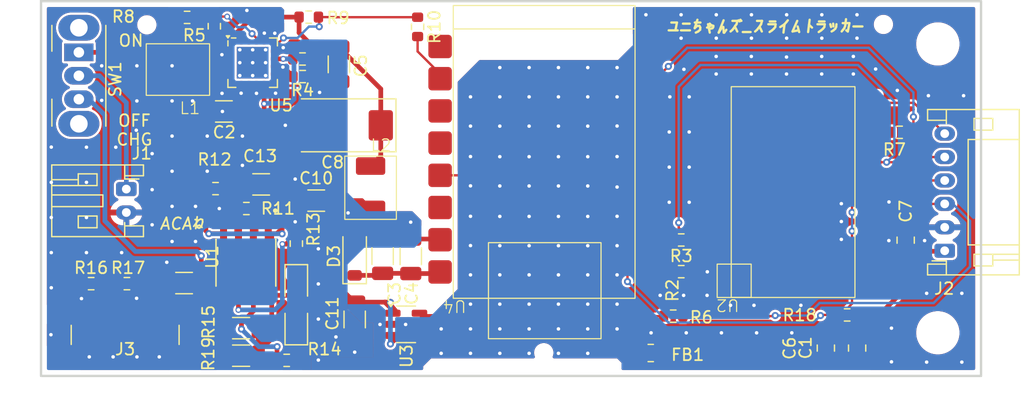
<source format=kicad_pcb>
(kicad_pcb (version 20241229) (generator "pcbnew") (generator_version "9.0")
  (layers (0 "F.Cu" signal) (2 "B.Cu" signal) (13 "F.Paste" user) (15 "B.Paste" user) (5 "F.SilkS" user "F.Silkscreen") (7 "B.SilkS" user "B.Silkscreen") (1 "F.Mask" user) (3 "B.Mask" user) (25 "Edge.Cuts" user))
  (net 0 "")
  (net 1 "BAT-_TO_BOOST")
  (net 2 "Net-(U3-OUT)")
  (net 3 "3v3")
  (net 4 "Net-(D3-K)")
  (net 5 "5V")
  (net 6 "BAT+")
  (net 7 "5V_B_FIL")
  (net 8 "BAT-_TO_CHG")
  (net 9 "Net-(D1-A)")
  (net 10 "MISO")
  (net 11 "MOSI")
  (net 12 "Net-(U4-GPIO4{slash}A4{slash}SCK)")
  (net 13 "SCK")
  (net 14 "Net-(D1-K)")
  (net 15 "Net-(U4-GPIO5{slash}A5{slash}MISO)")
  (net 16 "Net-(U2-CS)")
  (net 17 "Net-(U4-GPIO6{slash}MOSI)")
  (net 18 "Net-(D2-K)")
  (net 19 "BAT-")
  (net 20 "C-TYPE+")
  (net 26 "Net-(L1-Pad2)")
  (net 29 "Net-(U5-LBI)")
  (net 30 "Net-(U5-FB)")
  (net 31 "Net-(U5-LBO)")
  (net 32 "BAT_LOW_SIG")
  (net 33 "Net-(U1-PROG)")
  (net 34 "Net-(U1-!STDBY)")
  (net 35 "Net-(U1-!CHRG)")
  (net 42 "CS2")
  (net 46 "Net-(J3-CC2)")
  (net 47 "Net-(J3-CC1)")
  (footprint "Resistor_SMD:R_0603_1608Metric" (layer "F.Cu") (at 76.035 45.8154 180)
    (property "Reference" "R8")
    (property "Value" "220kΩ" (hide yes))
  )
  (footprint "slime:Slime_IMU_mumo" (layer "F.Cu") (at 127.6366 60.6314 180)
    (property "Reference" "U2")
    (property "Value" "~" (hide yes))
  )
  (footprint "Resistor_SMD:R_0603_1608Metric" (layer "F.Cu") (at 85.35 65.13 90)
    (property "Reference" "R13")
    (property "Value" "1kΩ" (hide yes))
  )
  (footprint "Button_Switch_THT:SW_Slide_SPDT_Angled_CK_OS102011MA1Q" (layer "F.Cu") (at 66.802 48.8 -90)
    (property "Reference" "SW1")
    (property "Value" "SW_DPDT_x2" (hide yes))
  )
  (footprint "Resistor_SMD:R_0603_1608Metric" (layer "F.Cu") (at 136.7922 55.626 180)
    (property "Reference" "R7")
    (property "Value" "0Ω")
  )
  (footprint "Resistor_SMD:R_0603_1608Metric" (layer "F.Cu") (at 78.355 46.5704 90)
    (property "Reference" "R5")
    (property "Value" "2MΩ" (hide yes))
  )
  (footprint "Capacitor_SMD:C_0805_2012Metric" (layer "F.Cu") (at 137.3124 64.836 90)
    (property "Reference" "C7")
    (property "Value" "0.1uF" (hide yes))
  )
  (footprint "Connector_USB:USB_C_Receptacle_GCT_USB4135-GF-A_6P_TopMnt_Horizontal" (layer "F.Cu") (at 70.75 74.15)
    (property "Reference" "J3")
    (property "Value" "USB_C_Receptacle_PowerOnly_6P" (hide yes))
  )
  (footprint "Resistor_SMD:R_0603_1608Metric" (layer "F.Cu") (at 81.0875 62.135 180)
    (property "Reference" "R11")
    (property "Value" "2kΩ" (hide yes))
  )
  (footprint "Capacitor_SMD:C_0805_2012Metric" (layer "F.Cu") (at 133.1722 74.0512 -90)
    (property "Reference" "C1")
    (property "Value" "1uF" (hide yes))
  )
  (footprint "Package_TO_SOT_SMD:SOT-23-5" (layer "F.Cu") (at 94.7111 72.0242)
    (property "Reference" "U3")
    (property "Value" "TPS7A0333PDBVR" (hide yes))
  )
  (footprint "Capacitor_SMD:C_1206_3216Metric" (layer "F.Cu") (at 79.17 53.848 180)
    (property "Reference" "C2")
    (property "Value" "10uF" (hide yes))
  )
  (footprint "Capacitor_SMD:C_1206_3216Metric" (layer "F.Cu") (at 90.325 71.605 -90)
    (property "Reference" "C11")
    (property "Value" "1uF" (hide yes))
  )
  (footprint "Resistor_SMD:R_1206_3216Metric" (layer "F.Cu") (at 80.6375 72.35)
    (property "Reference" "R15")
    (property "Value" "1Ω" (hide yes))
  )
  (footprint "Capacitor_SMD:C_1206_3216Metric" (layer "F.Cu") (at 88.9775 49.825 90)
    (property "Reference" "C5")
    (property "Value" "2.2uF" (hide yes))
  )
  (footprint "Resistor_SMD:R_0603_1608Metric" (layer "F.Cu") (at 132.3218 71.2216 180)
    (property "Reference" "R18")
    (property "Value" "10kΩ" (hide yes))
  )
  (footprint "Resistor_SMD:R_0603_1608Metric" (layer "F.Cu") (at 117.4882 71.3232 180)
    (property "Reference" "R6")
    (property "Value" "33Ω" (hide yes))
  )
  (footprint "Resistor_SMD:R_0603_1608Metric" (layer "F.Cu") (at 78.4575 60.435)
    (property "Reference" "R12")
    (property "Value" "10kΩ" (hide yes))
  )
  (footprint "Capacitor_SMD:C_1206_3216Metric" (layer "F.Cu") (at 95.1075 66.215 90)
    (property "Reference" "C4")
    (property "Value" "100nF" (hide yes))
  )
  (footprint "MountingHole:MountingHole_3.2mm_M3" (layer "F.Cu") (at 140.0556 48.0822)
    (property "Reference" "H1" (hide yes))
    (property "Value" "MountingHole" (hide yes))
  )
  (footprint "Resistor_SMD:R_0603_1608Metric" (layer "F.Cu") (at 85.875 49.3675)
    (property "Reference" "R1" (hide yes))
    (property "Value" "2MΩ" (hide yes))
  )
  (footprint "Resistor_SMD:R_0603_1608Metric" (layer "F.Cu") (at 67.85 68.55)
    (property "Reference" "R16")
    (property "Value" "5.1kΩ" (hide yes))
  )
  (footprint "Capacitor_SMD:C_1206_3216Metric" (layer "F.Cu") (at 82.3475 60.075 180)
    (property "Reference" "C13")
    (property "Value" "10uF" (hide yes))
  )
  (footprint "Capacitor_SMD:C_1206_3216Metric" (layer "F.Cu") (at 87.045 61.46)
    (property "Reference" "C10")
    (property "Value" "4.7uF" (hide yes))
  )
  (footprint "Capacitor_SMD:C_1206_3216Metric" (layer "F.Cu") (at 92.7075 66.195 90)
    (property "Reference" "C3")
    (property "Value" "22uF" (hide yes))
  )
  (footprint "Resistor_SMD:R_0603_1608Metric" (layer "F.Cu") (at 118.173 64.8208)
    (property "Reference" "R3")
    (property "Value" "33Ω" (hide yes))
  )
  (footprint "slime:esp32" (layer "F.Cu") (at 105.9825 74.05 180)
    (property "Reference" "U4")
    (property "Value" "ESP32 SUPER MINI C3" (hide yes))
  )
  (footprint "Connector_JST:JST_PH_S6B-PH-K_1x06_P2.00mm_Horizontal" (layer "F.Cu") (at 140.6398 65.7408 90)
    (property "Reference" "J2")
    (property "Value" "Extension" (hide yes))
  )
  (footprint "Resistor_SMD:R_0603_1608Metric" (layer "F.Cu") (at 84.525 75.1 180)
    (property "Reference" "R14")
    (property "Value" "1kΩ" (hide yes))
  )
  (footprint "Capacitor_SMD:C_0805_2012Metric" (layer "F.Cu") (at 130.5052 74.0512 -90)
    (property "Reference" "C6")
    (property "Value" "10uF" (hide yes))
  )
  (footprint "MountingHole:ToolingHole_1.152mm" (layer "F.Cu") (at 72.6 46.45)
    (property "Reference" "H5" (hide yes))
    (property "Value" "MountingHole" (hide yes))
  )
  (footprint "Resistor_SMD:R_0603_1608Metric" (layer "F.Cu") (at 70.9 68.55 180)
    (property "Reference" "R17")
    (property "Value" "5.1kΩ" (hide yes))
  )
  (footprint "Package_DFN_QFN:QFN-16-1EP_4x4mm_P0.65mm_EP2.7x2.7mm_PullBack_ThermalVias" (layer "F.Cu") (at 81.625 49.6825)
    (property "Reference" "U5")
    (property "Value" "TPS61090" (hide yes))
  )
  (footprint "Resistor_SMD:R_0603_1608Metric" (layer "F.Cu") (at 118.173 67.525)
    (property "Reference" "R2")
    (property "Value" "33Ω" (hide yes))
  )
  (footprint "Resistor_SMD:R_0603_1608Metric" (layer "F.Cu") (at 85.89 50.8675 180)
    (property "Reference" "R4")
    (property "Value" "330kΩ" (hide yes))
  )
  (footprint "Resistor_SMD:R_0603_1608Metric" (layer "F.Cu") (at 95.69 46.625 -90)
    (property "Reference" "R10")
    (property "Value" "4.7kΩ" (hide yes))
  )
  (footprint "Capacitor_Tantalum_SMD:CP_EIA-7343-20_Kemet-V" (layer "F.Cu") (at 89.43 55.03 180)
    (property "Reference" "C8")
    (property "Value" "100uF" (hide yes))
  )
  (footprint "Diode_SMD:D_SOD-123" (layer "F.Cu") (at 90.3224 66.1934 90)
    (property "Reference" "D3")
    (property "Value" "D" (hide yes))
  )
  (footprint "MountingHole:MountingHole_3.2mm_M3" (layer "F.Cu") (at 140.0556 72.7456)
    (property "Reference" "H2" (hide yes))
    (property "Value" "MountingHole" (hide yes))
  )
  (footprint "Resistor_SMD:R_1206_3216Metric" (layer "F.Cu") (at 80.6375 74.7)
    (property "Reference" "R19")
    (property "Value" "1Ω" (hide yes))
  )
  (footprint "slime:FXL0420" (layer "F.Cu") (at 75.25 50.27 180)
    (property "Reference" "L1")
    (property "Value" "6.8uH" (hide yes))
  )
  (footprint "Capacitor_SMD:C_1206_3216Metric" (layer "F.Cu") (at 75.775 68.5 180)
    (property "Reference" "C12" (hide yes))
    (property "Value" "10uF" (hide yes))
  )
  (footprint "Connector_JST:JST_PH_S2B-PH-K_1x02_P2.00mm_Horizontal" (layer "F.Cu") (at 70.85 60.475 -90)
    (property "Reference" "J1")
    (property "Value" "batt" (hide yes))
  )
  (footprint "MountingHole:ToolingHole_1.152mm" (layer "F.Cu") (at 135.4144 46.4178)
    (property "Reference" "H6" (hide yes))
    (property "Value" "MountingHole" (hide yes))
  )
  (footprint "slime:FXL0420" (layer "F.Cu") (at 91.68 60.36 90)
    (property "Reference" "L2")
    (property "Value" "2.2uH" (hide yes))
  )
  (footprint "LED_SMD:LED_0805_2012Metric" (layer "F.Cu") (at 85.344 68.6125 -90)
    (property "Reference" "D2" (hide yes))
    (property "Value" "green")
  )
  (footprint "LED_SMD:LED_0805_2012Metric" (layer "F.Cu") (at 85.344 72.0875 90)
    (property "Reference" "D1" (hide yes))
    (property "Value" "red")
  )
  (footprint "Resistor_SMD:R_0603_1608Metric" (layer "F.Cu") (at 86.4075 45.79)
    (property "Reference" "R9")
    (property "Value" "1MΩ" (hide yes))
  )
  (footprint "MountingHole:ToolingHole_1.152mm" (layer "F.Cu") (at 106.45 74.45)
    (property "Reference" "H3" (hide yes))
    (property "Value" "MountingHole" (hide yes))
  )
  (footprint "slime:TP4056_ESOP8" (layer "F.Cu") (at 81.0475 66.76 -90)
    (property "Reference" "U1")
    (property "Value" "TP4056" (hide yes))
  )
  (footprint "Resistor_SMD:R_0805_2012Metric" (layer "F.Cu") (at 115.5719 74.4728)
    (property "Reference" "FB1")
    (property "Value" "FerriteBead" (hide yes))
  )
  (gr_line (start 93.75 70.85) (end 93.5 70.575) (stroke (width 0.2)) (layer "F.Cu") (net 5))
  (gr_line (start 116.75 74.025) (end 117.325 74.4) (stroke (width 0.2)) (layer "F.Cu") (net 3))
  (gr_line (start 116.9 74.8) (end 117.325 74.4) (stroke (width 0.2)) (layer "F.Cu") (net 3))
  (gr_line (start 121.15 50.65) (end 121.15 50.45) (stroke (width 0.2)) (layer "F.Cu") (net 19))
  (gr_line (start 121.15 50.45) (end 121.15 50.65) (stroke (width 0.2)) (layer "F.Cu") (net 19))
  (gr_line (start 124.15 50.65) (end 124.15 50.45) (stroke (width 0.2)) (layer "F.Cu") (net 19))
  (gr_line (start 81.0475 66.76) (end 78.74 66.76) (stroke (width 0.2)) (layer "F.Cu") (net 19))
  (gr_line (start 127.15 50.5) (end 127.15 50.65) (stroke (width 0.2)) (layer "F.Cu") (net 19))
  (gr_line (start 113.875 74.475) (end 114.375 75) (stroke (width 0.2)) (layer "F.Cu") (net 2))
  (gr_line (start 94.025 73.225) (end 93.55 73.65) (stroke (width 0.2)) (layer "F.Cu") (net 5))
  (gr_line (start 80.15 47.775) (end 80.15 47.425) (stroke (width 0.2)) (layer "F.Cu") (net 7))
  (gr_line (start 124.15 50.45) (end 124.15 50.65) (stroke (width 0.2)) (layer "F.Cu") (net 19))
  (gr_line (start 127.15 50.65) (end 127.15 50.5) (stroke (width 0.2)) (layer "F.Cu") (net 19))
  (gr_line (start 135.7 65.85) (end 135.3375 66.2125) (stroke (width 0.2)) (layer "F.Cu") (net 3))
  (gr_line (start 93.575 73.5) (end 93.825 73.25) (stroke (width 0.2)) (layer "F.Cu") (net 5))
  (gr_line (start 135.3 65.825) (end 135.3375 66.2125) (stroke (width 0.2)) (layer "F.Cu") (net 3))
  (gr_line (start 130.15 50.5) (end 130.15 50.65) (stroke (width 0.2)) (layer "F.Cu") (net 19))
  (gr_line (start 130.15 50.65) (end 130.15 50.5) (stroke (width 0.2)) (layer "F.Cu") (net 19))
  (gr_line (start 83.13 64.22) (end 83.04 64.28) (stroke (width 0.2)) (layer "F.Cu") (net 9))
  (gr_line (start 93.95 70.875) (end 93.55 70.4) (stroke (width 0.2)) (layer "F.Cu") (net 5))
  (gr_line (start 134.975 66.575) (end 135.7 65.85) (stroke (width 0.2)) (layer "F.Cu") (net 3))
  (gr_line (start 93.7 73.225) (end 93.5 73.425) (stroke (width 0.2)) (layer "F.Cu") (net 5))
  (gr_line (start 113.875 74.475) (end 114.325 74) (stroke (width 0.2)) (layer "F.Cu") (net 2))
  (gr_line (start 83.35 69.55) (end 83.35 68.95) (stroke (width 0.2)) (layer "F.Cu") (net 9))
  (gr_line (start 135.475 65.825) (end 135.31875 66.01875) (stroke (width 0.2)) (layer "F.Cu") (net 3))
  (gr_line (start 79.85 60.8) (end 79.85 60.6) (stroke (width 0.2)) (layer "F.Cu") (net 19))
  (gr_rect (start 63.5751 44.43) (end 143.7375 76.43) (stroke (width 0.2)) (fill no) (layer "Edge.Cuts"))
  (gr_text "OFF\nCHG\n" (at 71.54 55.44 0) (layer "F.SilkS") (effects (font (size 1 1))))
  (gr_text "ACAね" (at 75.6 62.85 0) (layer "F.SilkS") (effects (font (size 1 1) (thickness 0.15) (italic yes)) (justify top)))
  (gr_text "ユニちゃんズ＿スライムトラッカー" (at 125.325 46.075 0) (layer "F.SilkS") (effects (font (size 1 1) (thickness 0.2) (bold yes) (italic yes)) (justify top)))
  (gr_text "ON" (at 71.25 47.8 0) (layer "F.SilkS") (effects (font (size 1 1))))
  (segment (start 74.148 53.848) (end 73.4 53.1) (width 0.4) (layer "F.Cu") (net 1))
  (segment (start 83.4 49.3575) (end 84.23 49.3575) (width 0.4) (layer "F.Cu") (net 1))
  (segment (start 77.695 53.848) (end 77.695 54.581) (width 0.4) (layer "F.Cu") (net 1))
  (segment (start 82.6 54.433) (end 82.6 53.1875) (width 0.4) (layer "F.Cu") (net 1))
  (segment (start 72.27 48.8) (end 66.802 48.8) (width 0.4) (layer "F.Cu") (net 1))
  (segment (start 84.23 49.3575) (end 85.04 49.3575) (width 0.4) (layer "F.Cu") (net 1))
  (segment (start 77.695 54.581) (end 78.264 55.15) (width 0.4) (layer "F.Cu") (net 1))
  (segment (start 73.4 49.93) (end 72.27 48.8) (width 0.4) (layer "F.Cu") (net 1))
  (segment (start 73.4 53.1) (end 73.4 49.93) (width 0.4) (layer "F.Cu") (net 1))
  (segment (start 82.6 53.1875) (end 82.6 51.4575) (width 0.4) (layer "F.Cu") (net 1))
  (segment (start 77.695 53.848) (end 74.148 53.848) (width 0.4) (layer "F.Cu") (net 1))
  (segment (start 81.883 55.15) (end 82.6 54.433) (width 0.4) (layer "F.Cu") (net 1))
  (segment (start 78.264 55.15) (end 81.883 55.15) (width 0.4) (layer "F.Cu") (net 1))
  (segment (start 85.04 49.3575) (end 85.05 49.3675) (width 0.4) (layer "F.Cu") (net 1))
  (via (at 82.6 53.1875) (size 0.5) (drill 0.3) (layers "F.Cu" "B.Cu") (net 1))
  (via (at 84.23 49.3575) (size 0.5) (drill 0.3) (layers "F.Cu" "B.Cu") (net 1))
  (segment (start 84.7966 53.1575) (end 85.1475 52.8066) (width 0.4) (layer "B.Cu") (net 1))
  (segment (start 85.1475 52.8066) (end 85.1475 49.7586) (width 0.4) (layer "B.Cu") (net 1))
  (segment (start 82.6 53.1875) (end 82.63 53.1575) (width 0.4) (layer "B.Cu") (net 1))
  (segment (start 85.1475 49.7586) (end 84.7464 49.3575) (width 0.4) (layer "B.Cu") (net 1))
  (segment (start 82.63 53.1575) (end 84.7966 53.1575) (width 0.4) (layer "B.Cu") (net 1))
  (segment (start 84.7464 49.3575) (end 84.23 49.3575) (width 0.4) (layer "B.Cu") (net 1))
  (segment (start 113.5126 74.4728) (end 114.6594 74.4728) (width 0.4) (layer "F.Cu") (net 2))
  (segment (start 96.123 71.3486) (end 110.3884 71.3486) (width 0.4) (layer "F.Cu") (net 2))
  (segment (start 110.3884 71.3486) (end 113.5126 74.4728) (width 0.4) (layer "F.Cu") (net 2))
  (segment (start 95.8486 71.0742) (end 96.123 71.3486) (width 0.4) (layer "F.Cu") (net 2))
  (segment (start 127.2032 74.4728) (end 128.5748 73.1012) (width 0.4) (layer "F.Cu") (net 3))
  (segment (start 133.1722 73.1012) (end 137.3124 68.961) (width 0.4) (layer "F.Cu") (net 3))
  (segment (start 128.5748 73.1012) (end 130.5052 73.1012) (width 0.4) (layer "F.Cu") (net 3))
  (segment (start 133.1722 71.247) (end 133.1468 71.2216) (width 0.2) (layer "F.Cu") (net 3))
  (segment (start 130.5052 73.1012) (end 133.1722 73.1012) (width 0.4) (layer "F.Cu") (net 3))
  (segment (start 137.3124 65.786) (end 134.2412 65.786) (width 0.4) (layer "F.Cu") (net 3))
  (segment (start 137.3124 68.961) (end 137.3124 65.786) (width 0.4) (layer "F.Cu") (net 3))
  (segment (start 134.2412 65.786) (end 134.2366 65.7814) (width 0.4) (layer "F.Cu") (net 3))
  (segment (start 137.3124 65.786) (end 140.5946 65.786) (width 0.4) (layer "F.Cu") (net 3))
  (segment (start 140.5946 65.786) (end 140.6398 65.7408) (width 0.4) (layer "F.Cu") (net 3))
  (segment (start 133.1722 73.1012) (end 133.1722 71.247) (width 0.2) (layer "F.Cu") (net 3))
  (segment (start 116.4844 74.4728) (end 127.2032 74.4728) (width 0.4) (layer "F.Cu") (net 3))
  (segment (start 90.3224 67.8434) (end 92.5341 67.8434) (width 0.4) (layer "F.Cu") (net 4))
  (segment (start 95.1075 67.69) (end 97.4675 67.69) (width 0.4) (layer "F.Cu") (net 4))
  (segment (start 92.5341 67.8434) (end 92.7075 67.67) (width 0.4) (layer "F.Cu") (net 4))
  (segment (start 97.4675 67.69) (end 97.6075 67.55) (width 0.4) (layer "F.Cu") (net 4))
  (segment (start 95.0875 67.67) (end 95.1075 67.69) (width 0.4) (layer "F.Cu") (net 4))
  (segment (start 92.7075 67.67) (end 95.0875 67.67) (width 0.4) (layer "F.Cu") (net 4))
  (segment (start 88.52 62.49) (end 88.52 61.46) (width 0.4) (layer "F.Cu") (net 5))
  (segment (start 93.3736 73.1742) (end 93.5736 72.9742) (width 0.4) (layer "F.Cu") (net 5))
  (segment (start 88.52 61.46) (end 90.93 61.46) (width 0.4) (layer "F.Cu") (net 5))
  (segment (start 92.9151 70.1527) (end 93.3736 70.6112) (width 0.4) (layer "F.Cu") (net 5))
  (segment (start 90.325 70.13) (end 92.8924 70.13) (width 0.4) (layer "F.Cu") (net 5))
  (segment (start 92.9151 70.1292) (end 93.3536 70.1292) (width 0.4) (layer "F.Cu") (net 5))
  (segment (start 93.3736 70.1492) (end 93.3736 70.6112) (width 0.4) (layer "F.Cu") (net 5))
  (segment (start 93.3736 70.8882) (end 93.5666 71.0812) (width 0.4) (layer "F.Cu") (net 5))
  (segment (start 88.52 68.3524) (end 88.52 62.49) (width 0.4) (layer "F.Cu") (net 5))
  (segment (start 92.9151 70.1292) (end 92.9151 70.1527) (width 0.4) (layer "F.Cu") (net 5))
  (segment (start 88.52 62.741) (end 88.52 62.49) (width 0.4) (layer "F.Cu") (net 5))
  (segment (start 93.3736 70.6112) (end 93.3736 70.8882) (width 0.4) (layer "F.Cu") (net 5))
  (segment (start 90.325 70.13) (end 90.2976 70.13) (width 0.4) (layer "F.Cu") (net 5))
  (segment (start 92.9143 70.13) (end 92.9151 70.1292) (width 0.4) (layer "F.Cu") (net 5))
  (segment (start 90.2976 70.13) (end 88.52 68.3524) (width 0.4) (layer "F.Cu") (net 5))
  (segment (start 92.8924 70.13) (end 92.9151 70.1527) (width 0.4) (layer "F.Cu") (net 5))
  (segment (start 93.3736 73.6992) (end 93.3736 73.1742) (width 0.4) (layer "F.Cu") (net 5))
  (segment (start 90.3224 64.5434) (end 88.52 62.741) (width 0.4) (layer "F.Cu") (net 5))
  (segment (start 90.93 61.46) (end 91.68 62.21) (width 0.4) (layer "F.Cu") (net 5))
  (via (at 93.3736 70.1492) (size 0.6) (drill 0.3) (layers "F.Cu" "B.Cu") (net 5))
  (via (at 93.3736 73.6992) (size 0.6) (drill 0.3) (layers "F.Cu" "B.Cu") (net 5))
  (segment (start 93.3736 70.1492) (end 93.3736 73.6992) (width 0.4) (layer "B.Cu") (net 5))
  (segment (start 68.55 50.8) (end 66.802 50.8) (width 0.4) (layer "B.Cu") (net 6))
  (segment (start 70.85 53.1) (end 70.85 60.475) (width 0.4) (layer "B.Cu") (net 6))
  (segment (start 68.55 50.8) (end 70.85 53.1) (width 0.4) (layer "B.Cu") (net 6))
  (segment (start 79.3496 47.9555) (end 79.3496 47.9547) (width 0.4) (layer "F.Cu") (net 7))
  (segment (start 79.85 48.48) (end 79.85 48.7075) (width 0.4) (layer "F.Cu") (net 7))
  (segment (start 79.898 47.9075) (end 79.898 47.4895) (width 0.4) (layer "F.Cu") (net 7))
  (segment (start 78.355 47.3954) (end 78.7903 47.3954) (width 0.4) (layer "F.Cu") (net 7))
  (segment (start 85.5825 45.79) (end 85.5825 47.1225) (width 0.4) (layer "F.Cu") (net 7))
  (segment (start 88.6075 47.98) (end 88.9775 48.35) (width 0.4) (layer "F.Cu") (net 7))
  (segment (start 79.85 47.9555) (end 79.898 47.9075) (width 0.4) (layer "F.Cu") (net 7))
  (segment (start 92.55 57.64) (end 91.68 58.51) (width 0.4) (layer "F.Cu") (net 7))
  (segment (start 79.3496 47.9547) (end 79.4328 47.9547) (width 0.4) (layer "F.Cu") (net 7))
  (segment (start 78.98155 47.58665) (end 79.05775 47.66285) (width 0.4) (layer "F.Cu") (net 7))
  (segment (start 81.5975 45.79) (end 85.5825 45.79) (width 0.4) (layer "F.Cu") (net 7))
  (segment (start 79.85 48.7075) (end 79.85 47.9555) (width 0.4) (layer "F.Cu") (net 7))
  (segment (start 79.4328 47.9547) (end 79.898 47.4895) (width 0.4) (layer "F.Cu") (net 7))
  (segment (start 92.55 55.03) (end 92.55 57.64) (width 0.4) (layer "F.Cu") (net 7))
  (segment (start 86.44 47.98) (end 88.6075 47.98) (width 0.4) (layer "F.Cu") (net 7))
  (segment (start 79.05775 47.66285) (end 79.72465 47.66285) (width 0.4) (layer "F.Cu") (net 7))
  (segment (start 78.355 47.31) (end 78.7041 47.31) (width 0.4) (layer "F.Cu") (net 7))
  (segment (start 78.7903 47.3954) (end 78.98155 47.58665) (width 0.4) (layer "F.Cu") (net 7))
  (segment (start 79.3496 47.9796) (end 79.85 48.48) (width 0.4) (layer "F.Cu") (net 7))
  (segment (start 79.898 47.4895) (end 81.5975 45.79) (width 0.4) (layer "F.Cu") (net 7))
  (segment (start 92.55 51.9225) (end 92.55 55.03) (width 0.4) (layer "F.Cu") (net 7))
  (segment (start 79.898 47.9075) (end 81.3 47.9075) (width 0.4) (layer "F.Cu") (net 7))
  (segment (start 79.3496 47.9555) (end 79.85 47.9555) (width 0.4) (layer "F.Cu") (net 7))
  (segment (start 79.72465 47.66285) (end 79.898 47.4895) (width 0.4) (layer "F.Cu") (net 7))
  (segment (start 85.5825 47.1225) (end 86.44 47.98) (width 0.4) (layer "F.Cu") (net 7))
  (segment (start 88.9775 48.35) (end 92.55 51.9225) (width 0.4) (layer "F.Cu") (net 7))
  (segment (start 79.3496 47.9555) (end 79.3496 47.9796) (width 0.4) (layer "F.Cu") (net 7))
  (segment (start 78.98155 47.58665) (end 79.3496 47.9547) (width 0.4) (layer "F.Cu") (net 7))
  (segment (start 78.4075 68.5) (end 79.1425 69.235) (width 0.4) (layer "F.Cu") (net 8))
  (segment (start 77.2414 66.175) (end 77.2414 68.4914) (width 0.4) (layer "F.Cu") (net 8))
  (segment (start 77.2414 68.4914) (end 77.25 68.5) (width 0.4) (layer "F.Cu") (net 8))
  (segment (start 77.25 68.5) (end 78.4075 68.5) (width 0.4) (layer "F.Cu") (net 8))
  (via (at 77.2414 66.175) (size 0.6) (drill 0.3) (layers "F.Cu" "B.Cu") (net 8))
  (segment (start 67.65 52.8) (end 66.802 52.8) (width 0.4) (layer "B.Cu") (net 8))
  (segment (start 69.025 63.2) (end 69.025 54.175) (width 0.4) (layer "B.Cu") (net 8))
  (segment (start 71.625 65.8) (end 69.025 63.2) (width 0.4) (layer "B.Cu") (net 8))
  (segment (start 69.025 54.175) (end 67.65 52.8) (width 0.4) (layer "B.Cu") (net 8))
  (segment (start 76.8664 65.8) (end 71.625 65.8) (width 0.4) (layer "B.Cu") (net 8))
  (segment (start 77.2414 66.175) (end 76.8664 65.8) (width 0.4) (layer "B.Cu") (net 8))
  (segment (start 84.1325 64.295) (end 84.1325 63.8302) (width 0.4) (layer "F.Cu") (net 9))
  (segment (start 77.6325 64.035) (end 77.8825 64.285) (width 0.4) (layer "F.Cu") (net 9))
  (segment (start 82.1 73.55) (end 82.1 72.35) (width 0.4) (layer "F.Cu") (net 9))
  (segment (start 83.6676 64.285) (end 83.6777 64.285) (width 0.4) (layer "F.Cu") (net 9))
  (segment (start 83.25 73.25) (end 82.95 73.55) (width 0.4) (layer "F.Cu") (net 9))
  (segment (start 85.344 69.55) (end 83.2675 69.55) (width 0.4) (layer "F.Cu") (net 9))
  (segment (start 82.1 74.7) (end 82.1 73.55) (width 0.4) (layer "F.Cu") (net 9))
  (segment (start 82.9525 69.235) (end 83.25 69.5325) (width 0.4) (layer "F.Cu") (net 9))
  (segment (start 83.2675 69.55) (end 82.9525 69.235) (width 0.4) (layer "F.Cu") (net 9))
  (segment (start 84.1325 63.8302) (end 84.1325 60.385) (width 0.4) (layer "F.Cu") (net 9))
  (segment (start 82.9525 69.235) (end 83.252499 68.935001) (width 0.4) (layer "F.Cu") (net 9))
  (segment (start 84.1325 60.385) (end 83.8225 60.075) (width 0.4) (layer "F.Cu") (net 9))
  (segment (start 77.6325 60.435) (end 77.6325 64.035) (width 0.4) (layer "F.Cu") (net 9))
  (segment (start 77.8825 64.285) (end 79.1425 64.285) (width 0.4) (layer "F.Cu") (net 9))
  (segment (start 82.9525 64.285) (end 83.6676 64.285) (width 0.4) (layer "F.Cu") (net 9))
  (segment (start 83.6777 64.285) (end 84.1325 63.8302) (width 0.4) (layer "F.Cu") (net 9))
  (segment (start 83.25 69.5325) (end 83.25 73.25) (width 0.4) (layer "F.Cu") (net 9))
  (segment (start 83.6676 64.285) (end 84.1225 64.285) (width 0.4) (layer "F.Cu") (net 9))
  (segment (start 82.95 73.55) (end 82.1 73.55) (width 0.4) (layer "F.Cu") (net 9))
  (segment (start 83.252499 64.584999) (end 82.9525 64.285) (width 0.4) (layer "F.Cu") (net 9))
  (segment (start 84.1225 64.285) (end 84.1325 64.295) (width 0.4) (layer "F.Cu") (net 9))
  (segment (start 85.344 71.15) (end 85.344 69.55) (width 0.4) (layer "F.Cu") (net 9))
  (segment (start 83.252499 68.935001) (end 83.252499 64.584999) (width 0.4) (layer "F.Cu") (net 9))
  (via (at 77.8825 64.285) (size 0.6) (drill 0.3) (layers "F.Cu" "B.Cu") (net 9))
  (via (at 84.1325 64.295) (size 0.6) (drill 0.3) (layers "F.Cu" "B.Cu") (net 9))
  (segment (start 84.1325 64.295) (end 77.8925 64.295) (width 0.4) (layer "B.Cu") (net 9))
  (segment (start 77.8925 64.295) (end 77.8825 64.285) (width 0.4) (layer "B.Cu") (net 9))
  (segment (start 132.5348 51.4096) (end 120.688456 51.4096) (width 0.2) (layer "F.Cu") (net 10))
  (segment (start 120.688456 51.4096) (end 119.699 52.399056) (width 0.2) (layer "F.Cu") (net 10))
  (segment (start 134.2366 53.1114) (end 132.5348 51.4096) (width 0.2) (layer "F.Cu") (net 10))
  (segment (start 134.2366 53.1114) (end 138.0104 53.1114) (width 0.2) (layer "F.Cu") (net 10))
  (segment (start 119.699 52.399056) (end 119.699 66.824) (width 0.2) (layer "F.Cu") (net 10))
  (segment (start 138.0104 53.1114) (end 140.6398 55.7408) (width 0.2) (layer "F.Cu") (net 10))
  (segment (start 119.699 66.824) (end 118.998 67.525) (width 0.2) (layer "F.Cu") (net 10))
  (segment (start 136.825 58.1814) (end 138.3844 59.7408) (width 0.2) (layer "F.Cu") (net 11))
  (segment (start 134.2366 58.1814) (end 136.825 58.1814) (width 0.2) (layer "F.Cu") (net 11))
  (segment (start 117.9576 63.3476) (end 117.9576 63.7804) (width 0.2) (layer "F.Cu") (net 11))
  (segment (start 138.3844 59.7408) (end 140.6398 59.7408) (width 0.2) (layer "F.Cu") (net 11))
  (segment (start 117.9576 63.7804) (end 118.998 64.8208) (width 0.2) (layer "F.Cu") (net 11))
  (via (at 117.9576 63.3476) (size 0.6) (drill 0.3) (layers "F.Cu" "B.Cu") (net 11))
  (via (at 135.6868 58.1814) (size 0.6) (drill 0.3) (layers "F.Cu" "B.Cu") (net 11))
  (segment (start 136.3472 57.521) (end 136.3472 52.9844) (width 0.2) (layer "B.Cu") (net 11))
  (segment (start 117.9576 51.7424) (end 117.9576 63.3476) (width 0.2) (layer "B.Cu") (net 11))
  (segment (start 133.2484 49.8856) (end 119.8144 49.8856) (width 0.2) (layer "B.Cu") (net 11))
  (segment (start 135.6868 58.1814) (end 136.3472 57.521) (width 0.2) (layer "B.Cu") (net 11))
  (segment (start 136.3472 52.9844) (end 133.2484 49.8856) (width 0.2) (layer "B.Cu") (net 11))
  (segment (start 119.8144 49.8856) (end 117.9576 51.7424) (width 0.2) (layer "B.Cu") (net 11))
  (segment (start 115.0732 71.3232) (end 103.05 59.3) (width 0.2) (layer "F.Cu") (net 12))
  (segment (start 116.6632 71.3232) (end 115.0732 71.3232) (width 0.2) (layer "F.Cu") (net 12))
  (segment (start 103.05 59.3) (end 97.6075 59.3) (width 0.2) (layer "F.Cu") (net 12))
  (segment (start 138.2658 61.7408) (end 140.6398 61.7408) (width 0.2) (layer "F.Cu") (net 13))
  (segment (start 137.2564 60.7314) (end 138.2658 61.7408) (width 0.2) (layer "F.Cu") (net 13))
  (segment (start 134.2366 60.7314) (end 137.2564 60.7314) (width 0.2) (layer "F.Cu") (net 13))
  (segment (start 118.3132 71.3232) (end 126.238 71.3232) (width 0.2) (layer "F.Cu") (net 13))
  (segment (start 126.238 71.3232) (end 126.1872 71.2724) (width 0.2) (layer "F.Cu") (net 13))
  (via (at 126.1872 71.2724) (size 0.6) (drill 0.3) (layers "F.Cu" "B.Cu") (net 13))
  (segment (start 128.9026 71.2724) (end 129.9694 70.2056) (width 0.2) (layer "B.Cu") (net 13))
  (segment (start 129.9694 70.2056) (end 139.6944 70.2056) (width 0.2) (layer "B.Cu") (net 13))
  (segment (start 142.8 67.1) (end 142.8 63.2) (width 0.2) (layer "B.Cu") (net 13))
  (segment (start 139.6944 70.2056) (end 142.8 67.1) (width 0.2) (layer "B.Cu") (net 13))
  (segment (start 126.1872 71.2724) (end 128.9026 71.2724) (width 0.2) (layer "B.Cu") (net 13))
  (segment (start 141.3408 61.7408) (end 140.6398 61.7408) (width 0.2) (layer "B.Cu") (net 13))
  (segment (start 142.8 63.2) (end 141.3408 61.7408) (width 0.2) (layer "B.Cu") (net 13))
  (segment (start 85.35 73.031) (end 85.344 73.025) (width 0.4) (layer "F.Cu") (net 14))
  (segment (start 85.35 75.1) (end 85.35 73.031) (width 0.4) (layer "F.Cu") (net 14))
  (segment (start 117.348 67.525) (end 115.3825 67.525) (width 0.2) (layer "F.Cu") (net 15))
  (segment (start 115.3825 67.525) (end 115.3575 67.55) (width 0.2) (layer "F.Cu") (net 15))
  (segment (start 113.5888 68.3768) (end 113.5888 54.7116) (width 0.2) (layer "F.Cu") (net 16))
  (segment (start 132.7366 57.1414) (end 134.2366 55.6414) (width 0.2) (layer "F.Cu") (net 16))
  (segment (start 114.5004 53.8) (end 115.3575 53.8) (width 0.2) (layer "F.Cu") (net 16))
  (segment (start 132.7366 62.46529) (end 132.738008 62.463882) (width 0.2) (layer "F.Cu") (net 16))
  (segment (start 132.7366 64.0588) (end 132.7366 70.2602) (width 0.2) (layer "F.Cu") (net 16))
  (segment (start 131.4968 71.2216) (end 130.0988 71.2216) (width 0.2) (layer "F.Cu") (net 16))
  (segment (start 135.9518 55.6414) (end 135.9672 55.626) (width 0.2) (layer "F.Cu") (net 16))
  (segment (start 113.5888 54.7116) (end 114.5004 53.8) (width 0.2) (layer "F.Cu") (net 16))
  (segment (start 131.7752 71.2216) (end 131.4968 71.2216) (width 0.2) (layer "F.Cu") (net 16))
  (segment (start 130.0988 71.2216) (end 130.048 71.2724) (width 0.2) (layer "F.Cu") (net 16))
  (segment (start 132.7366 70.2602) (end 131.7752 71.2216) (width 0.2) (layer "F.Cu") (net 16))
  (segment (start 134.2366 55.6414) (end 135.9518 55.6414) (width 0.2) (layer "F.Cu") (net 16))
  (segment (start 132.738008 57.142808) (end 132.7366 57.1414) (width 0.2) (layer "F.Cu") (net 16))
  (segment (start 132.738008 62.463882) (end 132.738008 57.142808) (width 0.2) (layer "F.Cu") (net 16))
  (via (at 132.7366 64.0588) (size 0.6) (drill 0.3) (layers "F.Cu" "B.Cu") (net 16))
  (via (at 132.7366 62.46529) (size 0.6) (drill 0.3) (layers "F.Cu" "B.Cu") (net 16))
  (via (at 130.048 71.2724) (size 0.6) (drill 0.3) (layers "F.Cu" "B.Cu") (net 16))
  (via (at 113.5888 68.3768) (size 0.6) (drill 0.3) (layers "F.Cu" "B.Cu") (net 16))
  (segment (start 129.447 71.8734) (end 117.0854 71.8734) (width 0.2) (layer "B.Cu") (net 16))
  (segment (start 130.048 71.2724) (end 129.447 71.8734) (width 0.2) (layer "B.Cu") (net 16))
  (segment (start 132.7366 64.0588) (end 132.7366 63.959836) (width 0.2) (layer "B.Cu") (net 16))
  (segment (start 132.7366 63.959836) (end 132.7404 63.956036) (width 0.2) (layer "B.Cu") (net 16))
  (segment (start 117.0854 71.8734) (end 113.5888 68.3768) (width 0.2) (layer "B.Cu") (net 16))
  (segment (start 132.7404 62.564) (end 132.7366 62.5602) (width 0.2) (layer "B.Cu") (net 16))
  (segment (start 132.7404 63.956036) (end 132.7404 62.564) (width 0.2) (layer "B.Cu") (net 16))
  (segment (start 132.7366 62.5602) (end 132.7366 62.46529) (width 0.2) (layer "B.Cu") (net 16))
  (segment (start 115.3783 64.8208) (end 115.3575 64.8) (width 0.2) (layer "F.Cu") (net 17))
  (segment (start 115.3725 64.815) (end 115.3575 64.8) (width 0.4) (layer "F.Cu") (net 17))
  (segment (start 117.348 64.8208) (end 115.3783 64.8208) (width 0.2) (layer "F.Cu") (net 17))
  (segment (start 85.35 67.669) (end 85.344 67.675) (width 0.4) (layer "F.Cu") (net 18))
  (segment (start 85.35 65.955) (end 85.35 67.669) (width 0.4) (layer "F.Cu") (net 18))
  (segment (start 75.82 71.1175) (end 75.875 71.1725) (width 0.4) (layer "F.Cu") (net 19))
  (segment (start 74.225 70.4) (end 74.3 70.325) (width 0.4) (layer "F.Cu") (net 19))
  (segment (start 65.625 71.1725) (end 65.625 74.7525) (width 0.4) (layer "F.Cu") (net 19))
  (segment (start 82.61 47.8975) (end 82.6 47.9075) (width 0.4) (layer "F.Cu") (net 19))
  (segment (start 80.5125 60.435) (end 80.8725 60.075) (width 0.4) (layer "F.Cu") (net 19))
  (segment (start 80.65 51.4575) (end 81.95 51.4575) (width 0.4) (layer "F.Cu") (net 19))
  (segment (start 84.205 50.0075) (end 84.205 50.055082) (width 0.4) (layer "F.Cu") (net 19))
  (segment (start 97.5475 64.74) (end 97.6075 64.8) (width 0.4) (layer "F.Cu") (net 19))
  (segment (start 79.2825 60.435) (end 80.5125 60.435) (width 0.4) (layer "F.Cu") (net 19))
  (segment (start 83.5275 47.1525) (end 83.51 47.17) (width 0.4) (layer "F.Cu") (net 19))
  (segment (start 92.7575 64.67) (end 92.7075 64.72) (width 0.4) (layer "F.Cu") (net 19))
  (segment (start 74.3 70.325) (end 74.3 68.5) (width 0.4) (layer "F.Cu") (net 19))
  (segment (start 74.2175 70.4) (end 74.225 70.4) (width 0.4) (layer "F.Cu") (net 19))
  (segment (start 95.1075 64.74) (end 97.5475 64.74) (width 0.4) (layer "F.Cu") (net 19))
  (segment (start 80.645 52.2925) (end 80.64 52.2875) (width 0.4) (layer "F.Cu") (net 19))
  (segment (start 95.0875 64.72) (end 95.1075 64.74) (width 0.4) (layer "F.Cu") (net 19))
  (segment (start 80.2625 61.415) (end 79.2825 60.435) (width 0.4) (layer "F.Cu") (net 19))
  (segment (start 73.5 71.1175) (end 74.2175 70.4) (width 0.4) (layer "F.Cu") (net 19))
  (segment (start 83.4 50.0075) (end 84.205 50.0075) (width 0.4) (layer "F.Cu") (net 19))
  (segment (start 80.2625 64.135) (end 80.4125 64.285) (width 0.4) (layer "F.Cu") (net 19))
  (segment (start 65.625 71.1725) (end 67.945 71.1725) (width 0.4) (layer "F.Cu") (net 19))
  (segment (start 67.945 71.1725) (end 68 71.1175) (width 0.4) (layer "F.Cu") (net 19))
  (segment (start 81.8925 51.4575) (end 81.95 51.4575) (width 0.4) (layer "F.Cu") (net 19))
  (segment (start 80.2625 62.135) (end 80.2625 61.415) (width 0.4) (layer "F.Cu") (net 19))
  (segment (start 92.7075 64.72) (end 95.0875 64.72) (width 0.4) (layer "F.Cu") (net 19))
  (segment (start 73.5 71.1175) (end 75.82 71.1175) (width 0.4) (layer "F.Cu") (net 19))
  (segment (start 80.64 51.4675) (end 80.65 51.4575) (width 0.4) (layer "F.Cu") (net 19))
  (segment (start 80.2625 62.135) (end 80.2625 64.135) (width 0.4) (layer "F.Cu") (net 19))
  (segment (start 84.205 50.055082) (end 84.203097 50.056985) (width 0.4) (layer "F.Cu") (net 19))
  (segment (start 84.205 50.0075) (end 85.065 50.8675) (width 0.4) (layer "F.Cu") (net 19))
  (via (at 100.2 67.8) (size 0.6) (drill 0.3) (layers "F.Cu" "B.Cu") (net 19))
  (via (at 76.75 64.95) (size 0.6) (drill 0.3) (layers "F.Cu" "B.Cu") (net 19))
  (via (at 102.7 72.4154) (size 0.6) (drill 0.3) (layers "F.Cu" "B.Cu") (net 19))
  (via (at 117.2 52.6) (size 0.6) (drill 0.3) (layers "F.Cu" "B.Cu") (net 19))
  (via (at 84.23 48.4) (size 0.5) (drill 0.3) (layers "F.Cu" "B.Cu") (net 19))
  (via (at 107.7 70.3) (size 0.6) (drill 0.3) (layers "F.Cu" "B.Cu") (net 19))
  (via (at 100.2 74.5) (size 0.6) (drill 0.3) (layers "F.Cu" "B.Cu") (net 19))
  (via (at 121.6 72.75) (size 0.6) (drill 0.3) (layers "F.Cu" "B.Cu") (net 19))
  (via (at 127.15 50.65) (size 0.6) (drill 0.3) (layers "F.Cu" "B.Cu") (net 19))
  (via (at 136.1 75.225) (size 0.6) (drill 0.3) (layers "F.Cu" "B.Cu") (net 19))
  (via (at 64.45 65.9) (size 0.6) (drill 0.3) (layers "F.Cu" "B.Cu") (net 19))
  (via (at 89.76 62.51) (size 0.6) (drill 0.3) (layers "F.Cu" "B.Cu") (net 19))
  (via (at 124.16 45.59) (size 0.6) (drill 0.3) (layers "F.Cu" "B.Cu") (net 19))
  (via (at 110.2 50.1) (size 0.6) (drill 0.3) (layers "F.Cu" "B.Cu") (net 19))
  (via (at 102.7 55.1) (size 0.6) (drill 0.3) (layers "F.Cu" "B.Cu") (net 19))
  (via (at 73.05 63.525) (size 0.6) (drill 0.3) (layers "F.Cu" "B.Cu") (net 19))
  (via (at 92.4833 72.0336) (size 0.6) (drill 0.3) (layers "F.Cu" "B.Cu") (net 19))
  (via (at 79.0448 53.848) (size 0.6) (drill 0.3) (layers "F.Cu" "B.Cu") (net 19))
  (via (at 74.3 66.725) (size 0.6) (drill 0.3) (layers "F.Cu" "B.Cu") (net 19))
  (via (at 124.6 72.75) (size 0.6) (drill 0.3) (layers "F.Cu" "B.Cu") (net 19))
  (via (at 142.1 75.25) (size 0.6) (drill 0.3) (layers "F.Cu" "B.Cu") (net 19))
  (via (at 112.7 55.09) (size 0.6) (drill 0.3) (layers "F.Cu" "B.Cu") (net 19))
  (via (at 112.6998 72.4154) (size 0.6) (drill 0.3) (layers "F.Cu" "B.Cu") (net 19))
  (via (at 124.375 70.4) (size 0.6) (drill 0.3) (layers "F.Cu" "B.Cu") (net 19))
  (via (at 121.16 45.59) (size 0.6) (drill 0.3) (layers "F.Cu" "B.Cu") (net 19))
  (via (at 112.7 70.3) (size 0.6) (drill 0.3) (layers "F.Cu" "B.Cu") (net 19))
  (via (at 118.16 47.59) (size 0.6) (drill 0.3) (layers "F.Cu" "B.Cu") (net 19))
  (via (at 112.7 52.6) (size 0.6) (drill 0.3) (layers "F.Cu" "B.Cu") (net 19))
  (via (at 87.225 75.075) (size 0.6) (drill 0.3) (layers "F.Cu" "B.Cu") (net 19))
  (via (at 112.7 60.3) (size 0.6) (drill 0.3) (layers "F.Cu" "B.Cu") (net 19))
  (via (at 64.45 56.89) (size 0.6) (drill 0.3) (layers "F.Cu" "B.Cu") (net 19))
  (via (at 105.2 50.1) (size 0.6) (drill 0.3) (layers "F.Cu" "B.Cu") (net 19))
  (via (at 130.15 50.65) (size 0.6) (drill 0.3) (layers "F.Cu" "B.Cu") (net 19))
  (via (at 107.7 67.8) (size 0.6) (drill 0.3) (layers "F.Cu" "B.Cu") (net 19))
  (via (at 142.1 69.375) (size 0.6) (drill 0.3) (layers "F.Cu" "B.Cu") (net 19))
  (via (at 110.2 72.4154) (size 0.6) (drill 0.3) (layers "F.Cu" "B.Cu") (net 19))
  (via (at 67.45 59.9) (size 0.6) (drill 0.3) (layers "F.Cu" "B.Cu") (net 19))
  (via (at 124.15 49.15) (size 0.6) (drill 0.3) (layers "F.Cu" "B.Cu") (net 19))
  (via (at 107.7 60.21) (size 0.6) (drill 0.3) (layers "F.Cu" "B.Cu") (net 19))
  (via (at 105.2 60.21) (size 0.6) (drill 0.3) (layers "F.Cu" "B.Cu") (net 19))
  (via (at 85.25 63.27) (size 0.6) (drill 0.3) (layers "F.Cu" "B.Cu") (net 19))
  (via (at 80.75 58.45) (size 0.6) (drill 0.3) (layers "F.Cu" "B.Cu") (net 19))
  (via (at 100.2 65.3) (size 0.6) (drill 0.3) (layers "F.Cu" "B.Cu") (net 19))
  (via (at 135.877 64.875) (size 0.6) (drill 0.3) (layers "F.Cu" "B.Cu") (net 19))
  (via (at 102.7 62.81) (size 0.6) (drill 0.3) (layers "F.Cu" "B.Cu") (net 19))
  (via (at 133.16 45.59) (size 0.6) (drill 0.3) (layers "F.Cu" "B.Cu") (net 19))
  (via (at 131.826 64.77) (size 0.6) (drill 0.3) (layers "F.Cu" "B.Cu") (net 19))
  (via (at 74.75 55.95) (size 0.6) (drill 0.3) (layers "F.Cu" "B.Cu") (net 19))
  (via (at 71.7 55.45) (size 0.6) (drill 0.3) (layers "F.Cu" "B.Cu") (net 19))
  (via (at 67.691 74.803) (size 0.6) (drill 0.3) (layers "F.Cu" "B.Cu") (net 19))
  (via (at 100.2 52.6) (size 0.6) (drill 0.3) (layers "F.Cu" "B.Cu") (net 19))
  (via (at 82.62 47.16) (size 0.5) (drill 0.3) (layers "F.Cu" "B.Cu") (net 19))
  (via (at 110.2 70.3) (size 0.6) (drill 0.3) (layers "F.Cu" "B.Cu") (net 19))
  (via (at 79.01 52.3) (size 0.6) (drill 0.3) (layers "F.Cu" "B.Cu") (net 19))
  (via (at 116.375 69.55) (size 0.6) (drill 0.3) (layers "F.Cu" "B.Cu") (net 19))
  (via (at 77.75 58.95) (size 0.6) (drill 0.3) (layers "F.Cu" "B.Cu") (net 19))
  (via (at 124.16 47.59) (size 0.6) (drill 0.3) (layers "F.Cu" "B.Cu") (net 19))
  (via (at 130.15 49.15) (size 0.6) (drill 0.3) (layers "F.Cu" "B.Cu") (net 19))
  (via (at 73.66 74.803) (size 0.6) (drill 0.3) (layers "F.Cu" "B.Cu") (net 19))
  (via (at 105.2 67.8) (size 0.6) (drill 0.3) (layers "F.Cu" "B.Cu") (net 19))
  (via (at 107.7 72.4154) (size 0.6) (drill 0.3) (layers "F.Cu" "B.Cu") (net 19))
  (via (at 107.7 74.5) (size 0.6) (drill 0.3) (layers "F.Cu" "B.Cu") (net 19))
  (via (at 115.6 72.75) (size 0.6) (drill 0.3) (layers "F.Cu" "B.Cu") (net 19))
  (via (at 110.2 65.31) (size 0.6) (drill 0.3) (layers "F.Cu" "B.Cu") (net 19))
  (via (at 90.325 74.4) (size 0.6) (drill 0.3) (layers "F.Cu" "B.Cu") (net 19))
  (via (at 107.7 65.31) (size 0.6) (drill 0.3) (layers "F.Cu" "B.Cu") (net 19))
  (via (at 79 49) (size 0.6) (drill 0.3) (layers "F.Cu" "B.Cu") (net 19))
  (via (at 74.75 52.95) (size 0.6) (drill 0.3) (layers "F.Cu" "B.Cu") (net 19))
  (via (at 70.45 65.9) (size 0.6) (drill 0.3) (layers "F.Cu" "B.Cu") (net 19))
  (via (at 74.75 49.95) (size 0.6) (drill 0.3) (layers "F.Cu" "B.Cu") (net 19))
  (via (at 115.16 45.59) (size 0.6) (drill 0.3) (layers "F.Cu" "B.Cu") (net 19))
  (via (at 102.7 52.6) (size 0.6) (drill 0.3) (layers "F.Cu" "B.Cu") (net 19))
  (via (at 105.2 70.3) (size 0.6) (drill 0.3) (layers "F.Cu" "B.Cu") (net 19))
  (via (at 118.6 72.75) (size 0.6) (drill 0.3) (layers "F.Cu" "B.Cu") (net 19))
  (via (at 121.15 50.65) (size 0.6) (drill 0.3) (layers "F.Cu" "B.Cu") (net 19))
  (via (at 71.725 69.8) (size 0.6) (drill 0.3) (layers "F.Cu" "B.Cu") (net 19))
  (via (at 74.75 64.95) (size 0.6) (drill 0.3) (layers "F.Cu" "B.Cu") (net 19))
  (via (at 87.225 68.575) (size 0.6) (drill 0.3) (layers "F.Cu" "B.Cu") (net 19))
  (via (at 102.7 50.1) (size 0.6) (drill 0.3) (layers "F.Cu" "B.Cu") (net 19))
  (via (at 97.7 74.5) (size 0.6) (drill 0.3) (layers "F.Cu" "B.Cu") (net 19))
  (via (at 110.2 67.8) (size 0.6) (drill 0.3) (layers "F.Cu" "B.Cu") (net 19))
  (via (at 139.1 69.375) (size 0.6) (drill 0.3) (layers "F.Cu" "B.Cu") (net 19))
  (via (at 68.75 52.9) (size 0.6) (drill 0.3) (layers "F.Cu" "B.Cu") (net 19))
  (via (at 117.15 61.6) (size 0.6) (drill 0.3) (layers "F.Cu" "B.Cu") (net 19))
  (via (at 117.15 58.6) (size 0.6) (drill 0.3) (layers "F.Cu" "B.Cu") (net 19))
  (via (at 136.6 52.05) (size 0.6) (drill 0.3) (layers "F.Cu" "B.Cu") (net 19))
  (via (at 132.85 50.65) (size 0.6) (drill 0.3) (layers "F.Cu" "B.Cu") (net 19))
  (via (at 121.16 47.59) (size 0.6) (drill 0.3) (layers "F.Cu" "B.Cu") (net 19))
  (via (at 122.375 70.4) (size 0.6) (drill 0.3) (layers "F.Cu" "B.Cu") (net 19))
  (via (at 118.85 61.6) (size 0.6) (drill 0.3) (layers "F.Cu" "B.Cu") (net 19))
  (via (at 107.7 62.81) (size 0.6) (drill 0.3) (layers "F.Cu" "B.Cu") (net 19))
  (via (at 100.2 72.4154) (size 0.6) (drill 0.3) (layers "F.Cu" "B.Cu") (net 19))
  (via (at 110.2 52.6) (size 0.6) (drill 0.3) (layers "F.Cu" "B.Cu") (net 19))
  (via (at 85.25 59.62) (size 0.6) (drill 0.3) (layers "F.Cu" "B.Cu") (net 19))
  (via (at 68.75 49.95) (size 0.6) (drill 0.3) (layers "F.Cu" "B.Cu") (net 19))
  (via (at 102.7 65.31) (size 0.6) (drill 0.3) (layers "F.Cu" "B.Cu") (net 19))
  (via (at 118.85 55.6) (size 0.6) (drill 0.3) (layers "F.Cu" "B.Cu") (net 19))
  (via (at 71.755 74.803) (size 0.6) (drill 0.3) (layers "F.Cu" "B.Cu") (net 19))
  (via (at 127.6 72.75) (size 0.6) (drill 0.3) (layers "F.Cu" "B.Cu") (net 19))
  (via (at 127.16 45.59) (size 0.6) (drill 0.3) (layers "F.Cu" "B.Cu") (net 19))
  (via (at 118.375 69.55) (size 0.6) (drill 0.3) (layers "F.Cu" "B.Cu") (net 19))
  (via (at 120.396 67.5386) (size 0.6) (drill 0.3) (layers "F.Cu" "B.Cu") (net 19))
  (via (at 102.7 74.5) (size 0.6) (drill 0.3) (layers "F.Cu" "B.Cu") (net 19))
  (via (at 105.2 65.31) (size 0.6) (drill 0.3) (layers "F.Cu" "B.Cu") (net 19))
  (via (at 64.45 68.9) (size 0.6) (drill 0.3) (layers "F.Cu" "B.Cu") (net 19))
  (via (at 78.78 62.14) (size 0.6) (drill 0.3) (layers "F.Cu" "B.Cu") (net 19))
  (via (at 100.2 55.1) (size 0.6) (drill 0.3) (layers "F.Cu" "B.Cu") (net 19))
  (via (at 112.7 50.1) (size 0.6) (drill 0.3) (layers "F.Cu" "B.Cu") (net 19))
  (via (at 136.1 72.35) (size 0.6) (drill 0.3) (layers "F.Cu" "B.Cu") (net 19))
  (via (at 67.025 69.825) (size 0.6) (drill 0.3) (layers "F.Cu" "B.Cu") (net 19))
  (via (at 81.95 52.3) (size 0.5) (drill 0.3) (layers "F.Cu" "B.Cu") (net 19))
  (via (at 127.15 49.2) (size 0.6) (drill 0.3) (layers "F.Cu" "B.Cu") (net 19))
  (via (at 105.2 55.1) (size 0.6) (drill 0.3) (layers "F.Cu" "B.Cu") (net 19))
  (via (at 67.45 62.9) (size 0.6) (drill 0.3) (layers "F.Cu" "B.Cu") (net 19))
  (via (at 77.75 55.95) (size 0.6) (drill 0.3) (layers "F.Cu" "B.Cu") (net 19))
  (via (at 102.7 57.71) (size 0.6) (drill 0.3) (layers "F.Cu" "B.Cu") (net 19))
  (via (at 76.5 52.95) (size 0.6) (drill 0.3) (layers "F.Cu" "B.Cu") (net 19))
  (via (at 88.725 73.1) (size 0.6) (drill 0.3) (layers "F.Cu" "B.Cu") (net 19))
  (via (at 112.7 65.31) (size 0.6) (drill 0.3) (layers "F.Cu" "B.Cu") (net 19))
  (via (at 142.25 52.5) (size 0.6) (drill 0.3) (layers "F.Cu" "B.Cu") (net 19))
  (via (at 97.7 72.4154) (size 0.6) (drill 0.3) (layers "F.Cu" "B.Cu") (net 19))
  (via (at 64.42 72.91) (size 0.6) (drill 0.3) (layers "F.Cu" "B.Cu") (net 19))
  (via (at 105.2 62.81) (size 0.6) (drill 0.3) (layers "F.Cu" "B.Cu") (net 19))
  (via (at 67.45 56.9) (size 0.6) (drill 0.3) (layers "F.Cu" "B.Cu") (net 19))
  (via (at 118.16 45.59) (size 0.6) (drill 0.3) (layers "F.Cu" "B.Cu") (net 19))
  (via (at 112.7 67.8) (size 0.6) (drill 0.3) (layers "F.Cu" "B.Cu") (net 19))
  (via (at 107.7 52.6) (size 0.6) (drill 0.3) (layers "F.Cu" "B.Cu") (net 19))
  (via (at 100.2 70.3) (size 0.6) (drill 0.3) (layers "F.Cu" "B.Cu") (net 19))
  (via (at 127.16 47.59) (size 0.6) (drill 0.3) (layers "F.Cu" "B.Cu") (net 19))
  (via (at 105.2 57.71) (size 0.6) (drill 0.3) (layers "F.Cu" "B.Cu") (net 19))
  (via (at 118.4 50.25) (size 0.6) (drill 0.3) (layers "F.Cu" "B.Cu") (net 19))
  (via (at 67.45 65.9) (size 0.6) (drill 0.3) (layers "F.Cu" "B.Cu") (net 19))
  (via (at 128.375 70.4) (size 0.6) (drill 0.3) (layers "F.Cu" "B.Cu") (net 19))
  (via (at 71.75 49.95) (size 0.6) (drill 0.3) (layers "F.Cu" "B.Cu") (net 19))
  (via (at 139.25 52.5) (size 0.6) (drill 0.3) (layers "F.Cu" "B.Cu") (net 19))
  (via (at 73.05 60.525) (size 0.6) (drill 0.3) (layers "F.Cu" "B.Cu") (net 19))
  (via (at 124.15 50.65) (size 0.6) (drill 0.3) (layers "F.Cu" "B.Cu") (net 19))
  (via (at 107.7 50.1) (size 0.6) (drill 0.3) (layers "F.Cu" "B.Cu") (net 19))
  (via (at 102.7 60.21) (size 0.6) (drill 0.3) (layers "F.Cu" "B.Cu") (net 19))
  (via (at 73.05 57.45) (size 0.6) (drill 0.3) (layers "F.Cu" "B.Cu") (net 19))
  (via (at 83.5775 52.29) (size 0.5) (drill 0.3) (layers "F.Cu" "B.Cu") (net 19))
  (via (at 80.64 52.2875) (size 0.5) (drill 0.3) (layers "F.Cu" "B.Cu") (net 19))
  (via (at 112.7 57.7) (size 0.6) (drill 0.3) (layers "F.Cu" "B.Cu") (net 19))
  (via (at 76.75 61.95) (size 0.6) (drill 0.3) (layers "F.Cu" "B.Cu") (net 19))
  (via (at 87.33 52.22) (size 0.6) (drill 0.3) (layers "F.Cu" "B.Cu") (net 19))
  (via (at 117.15 55.6) (size 0.6) (drill 0.3) (layers "F.Cu" "B.Cu") (net 19))
  (via (at 74.75 61.95) (size 0.6) (drill 0.3) (layers "F.Cu" "B.Cu") (net 19))
  (via (at 69.723 74.803) (size 0.6) (drill 0.3) (layers "F.Cu" "B.Cu") (net 19))
  (via (at 121.15 49.15) (size 0.6) (drill 0.3) (layers "F.Cu" "B.Cu") (net 19))
  (via (at 100.2 60.2) (size 0.6) (drill 0.3) (layers "F.Cu" "B.Cu") (net 19))
  (via (at 133.16 47.59) (size 0.6) (drill 0.3) (layers "F.Cu" "B.Cu") (net 19))
  (via (at 100.2 57.7) (size 0.6) (drill 0.3) (layers "F.Cu" "B.Cu") (net 19))
  (via (at 83.51 47.17) (size 0.5) (drill 0.3) (layers "F.Cu" "B.Cu") (net 19))
  (via (at 112.7 62.8) (size 0.6) (drill 0.3) (layers "F.Cu" "B.Cu") (net 19))
  (via (at 102.7 67.8) (size 0.6) (drill 0.3) (layers "F.Cu" "B.Cu") (net 19))
  (via (at 110.2 74.5) (size 0.6) (drill 0.3) (layers "F.Cu" "B.Cu") (net 19))
  (via (at 110.2 62.81) (size 0.6) (drill 0.3) (layers "F.Cu" "B.Cu") (net 19))
  (via (at 81.13 45.22) (size 0.5) (drill 0.3) (layers "F.Cu" "B.Cu") (net 19))
  (via (at 130.16 47.59) (size 0.6) (drill 0.3) (layers "F.Cu" "B.Cu") (net 19))
  (via (at 84.203097 50.056985) (size 0.5) (drill 0.3) (layers "F.Cu" "B.Cu") (net 19))
  (via (at 131.826 61.722) (size 0.6) (drill 0.3) (layers "F.Cu" "B.Cu") (net 19))
  (via (at 80.75 55.95) (size 0.6) (drill 0.3) (layers "F.Cu" "B.Cu") (net 19))
  (via (at 138.925 64.875) (size 0.6) (drill 0.3) (layers "F.Cu" "B.Cu") (net 19))
  (via (at 102.7 70.3) (size 0.6) (drill 0.3) (layers "F.Cu" "B.Cu") (net 19))
  (via (at 64.45 59.9) (size 0.6) (drill 0.3) (layers "F.Cu" "B.Cu") (net 19))
  (via (at 130.16 45.59) (size 0.6) (drill 0.3) (layers "F.Cu" "B.Cu") (net 19))
  (via (at 95.1 63.3) (size 0.6) (drill 0.3) (layers "F.Cu" "B.Cu") (net 19))
  (via (at 87.225 65.575) (size 0.6) (drill 0.3) (layers "F.Cu" "B.Cu") (net 19))
  (via (at 132.85 49.15) (size 0.6) (drill 0.3) (layers "F.Cu" "B.Cu") (net 19))
  (via (at 107.7 55.1) (size 0.6) (drill 0.3) (layers "F.Cu" "B.Cu") (net 19))
  (via (at 110.2 55.1) (size 0.6) (drill 0.3) (layers "F.Cu" "B.Cu") (net 19))
  (via (at 131.826 63.246) (size 0.6) (drill 0.3) (layers "F.Cu" "B.Cu") (net 19))
  (via (at 120.375 69.55) (size 0.6) (drill 0.3) (layers "F.Cu" "B.Cu") (net 19))
  (via (at 87.225 71.575) (size 0.6) (drill 0.3) (layers "F.Cu" "B.Cu") (net 19))
  (via (at 139.1 75.25) (size 0.6) (drill 0.3) (layers "F.Cu" "B.Cu") (net 19))
  (via (at 74.75 58.95) (size 0.6) (drill 0.3) (layers "F.Cu" "B.Cu") (net 19))
  (via (at 100.2 62.8) (size 0.6) (drill 0.3) (layers "F.Cu" "B.Cu") (net 19))
  (via (at 107.7 57.71) (size 0.6) (drill 0.3) (layers "F.Cu" "B.Cu") (net 19))
  (via (at 105.2 52.6) (size 0.6) (drill 0.3) (layers "F.Cu" "B.Cu") (net 19))
  (via (at 110.2 60.21) (size 0.6) (drill 0.3) (layers "F.Cu" "B.Cu") (net 19))
  (via (at 105.2 72.4154) (size 0.6) (drill 0.3) (layers "F.Cu" "B.Cu") (net 19))
  (via (at 134.75 50.225) (size 0.6) (drill 0.3) (layers "F.Cu" "B.Cu") (net 19))
  (via (at 135.89 61.575) (size 0.6) (drill 0.3) (layers "F.Cu" "B.Cu") (net 19))
  (via (at 84.41 55.03) (size 0.6) (drill 0.3) (layers "F.Cu" "B.Cu") (net 19))
  (via (at 118.85 52.6) (size 0.6) (drill 0.3) (layers "F.Cu" "B.Cu") (net 19))
  (via (at 71.75 52.95) (size 0.6) (drill 0.3) (layers "F.Cu" "B.Cu") (net 19))
  (via (at 64.45 62.9) (size 0.6) (drill 0.3) (layers "F.Cu" "B.Cu") (net 19))
  (via (at 118.85 58.6) (size 0.6) (drill 0.3) (layers "F.Cu" "B.Cu") (net 19))
  (via (at 105.2 74.5) (size 0.6) (drill 0.3) (layers "F.Cu" "B.Cu") (net 19))
  (via (at 110.2 57.71) (size 0.6) (drill 0.3) (layers "F.Cu" "B.Cu") (net 19))
  (via (at 69.95 56.9) (size 0.6) (drill 0.3) (layers "F.Cu" "B.Cu") (net 19))
  (via (at 94.6677 72.0336) (size 0.6) (drill 0.3) (layers "F.Cu" "B.Cu") (net 19))
  (segment (start 83.58 52.2875) (end 83.5775 52.29) (width 0.4) (layer "B.Cu") (net 19))
  (segment (start 89.1 73.1125) (end 89.0875 73.1) (width 0.2) (layer "B.Cu") (net 19))
  (segment (start 72 73.55) (end 79.175 73.55) (width 0.4) (layer "F.Cu") (net 20))
  (segment (start 71.35 72.9) (end 70.125 72.9) (width 0.4) (layer "F.Cu") (net 20))
  (segment (start 79.175 74.7) (end 79.175 73.55) (width 0.4) (layer "F.Cu") (net 20))
  (segment (start 69.23 72.005) (end 69.23 71.1175) (width 0.4) (layer "F.Cu") (net 20))
  (segment (start 70.125 72.9) (end 69.23 72.005) (width 0.4) (layer "F.Cu") (net 20))
  (segment (start 71.35 72.9) (end 72.27 71.98) (width 0.4) (layer "F.Cu") (net 20))
  (segment (start 71.35 72.9) (end 72 73.55) (width 0.4) (layer "F.Cu") (net 20))
  (segment (start 79.175 73.55) (end 79.175 72.35) (width 0.4) (layer "F.Cu") (net 20))
  (segment (start 72.27 71.98) (end 72.27 71.1175) (width 0.4) (layer "F.Cu") (net 20))
  (segment (start 79.8075 50.05) (end 79.55 50.05) (width 0.4) (layer "F.Cu") (net 26))
  (segment (start 79.85 50.35) (end 79.625 50.35) (width 0.4) (layer "F.Cu") (net 26))
  (segment (start 79.625 50.35) (end 79.545 50.27) (width 0.4) (layer "F.Cu") (net 26))
  (segment (start 79.85 50.0075) (end 79.8075 50.05) (width 0.4) (layer "F.Cu") (net 26))
  (segment (start 79.33 50.27) (end 77.1 50.27) (width 0.4) (layer "F.Cu") (net 26))
  (segment (start 79.4625 50.27) (end 77.1 50.27) (width 0.4) (layer "F.Cu") (net 26))
  (segment (start 79.545 50.27) (end 77.1 50.27) (width 0.4) (layer "F.Cu") (net 26))
  (segment (start 79.85 50.6575) (end 79.4625 50.27) (width 0.4) (layer "F.Cu") (net 26))
  (segment (start 79.85 50.35) (end 79.85 50.0075) (width 0.4) (layer "F.Cu") (net 26))
  (segment (start 79.55 50.05) (end 79.33 50.27) (width 0.4) (layer "F.Cu") (net 26))
  (segment (start 79.85 50.6575) (end 79.85 50.35) (width 0.4) (layer "F.Cu") (net 26))
  (segment (start 77.1 50.27) (end 77.4115 49.9585) (width 0.4) (layer "F.Cu") (net 26))
  (segment (start 83.4 50.6575) (end 84.386 51.6435) (width 0.2) (layer "F.Cu") (net 29))
  (segment (start 84.386 51.6435) (end 85.939 51.6435) (width 0.2) (layer "F.Cu") (net 29))
  (segment (start 85.939 51.6435) (end 86.715 50.8675) (width 0.2) (layer "F.Cu") (net 29))
  (segment (start 86.715 49.3825) (end 86.7 49.3675) (width 0.2) (layer "F.Cu") (net 29))
  (segment (start 86.715 50.8675) (end 86.715 49.3825) (width 0.2) (layer "F.Cu") (net 29))
  (segment (start 79.4512 45.7454) (end 78.355 45.7454) (width 0.2) (layer "F.Cu") (net 30))
  (segment (start 78.355 45.7454) (end 76.93 45.7454) (width 0.4) (layer "F.Cu") (net 30))
  (segment (start 81.95 47.9075) (end 81.95 47.584931) (width 0.2) (layer "F.Cu") (net 30))
  (segment (start 81.95 47.584931) (end 81.571143 47.206074) (width 0.2) (layer "F.Cu") (net 30))
  (via (at 81.571143 47.206074) (size 0.6) (drill 0.3) (layers "F.Cu" "B.Cu") (net 30))
  (via (at 79.4512 45.7454) (size 0.5) (drill 0.3) (layers "F.Cu" "B.Cu") (net 30))
  (segment (start 81.015069 46.65) (end 80.3 46.65) (width 0.2) (layer "B.Cu") (net 30))
  (segment (start 80.3 46.5942) (end 79.4512 45.7454) (width 0.2) (layer "B.Cu") (net 30))
  (segment (start 81.571143 47.206074) (end 81.015069 46.65) (width 0.2) (layer "B.Cu") (net 30))
  (segment (start 80.3 46.65) (end 80.3 46.5942) (width 0.2) (layer "B.Cu") (net 30))
  (segment (start 88.7668 45.79) (end 88.7768 45.8) (width 0.2) (layer "F.Cu") (net 31))
  (segment (start 87.3 45.8575) (end 87.2325 45.79) (width 0.2) (layer "F.Cu") (net 31))
  (segment (start 87.3 46.61) (end 87.3 45.8575) (width 0.2) (layer "F.Cu") (net 31))
  (segment (start 83.4 48.42) (end 84.25 47.57) (width 0.2) (layer "F.Cu") (net 31))
  (segment (start 87.2325 45.79) (end 88.7668 45.79) (width 0.2) (layer "F.Cu") (net 31))
  (segment (start 88.7768 45.8) (end 95.69 45.8) (width 0.2) (layer "F.Cu") (net 31))
  (segment (start 83.4 48.7075) (end 83.4 48.42) (width 0.2) (layer "F.Cu") (net 31))
  (via (at 87.3 46.61) (size 0.6) (drill 0.3) (layers "F.Cu" "B.Cu") (net 31))
  (via (at 84.25 47.57) (size 0.6) (drill 0.3) (layers "F.Cu" "B.Cu") (net 31))
  (segment (start 85.4525 47.57) (end 84.25 47.57) (width 0.2) (layer "B.Cu") (net 31))
  (segment (start 87.3 46.6) (end 86.4225 46.6) (width 0.2) (layer "B.Cu") (net 31))
  (segment (start 86.4225 46.6) (end 85.4525 47.57) (width 0.2) (layer "B.Cu") (net 31))
  (segment (start 87.3 46.6) (end 87.3 46.61) (width 0.2) (layer "B.Cu") (net 31))
  (segment (start 97.6035 51.054) (end 97.6075 51.05) (width 0.2) (layer "F.Cu") (net 32))
  (segment (start 97.6075 50.6375) (end 97.6075 51.05) (width 0.2) (layer "F.Cu") (net 32))
  (segment (start 95.69 47.45) (end 95.69 48.72) (width 0.2) (layer "F.Cu") (net 32))
  (segment (start 95.69 48.72) (end 97.6075 50.6375) (width 0.2) (layer "F.Cu") (net 32))
  (segment (start 81.9125 64.055) (end 81.6825 64.285) (width 0.4) (layer "F.Cu") (net 33))
  (segment (start 81.9125 62.135) (end 81.9125 64.055) (width 0.4) (layer "F.Cu") (net 33))
  (segment (start 84.1575 65.17) (end 84.485 65.17) (width 0.4) (layer "F.Cu") (net 34))
  (segment (start 80.4075 70.79) (end 80.4125 70.785) (width 0.4) (layer "F.Cu") (net 34))
  (segment (start 84.485 65.17) (end 85.35 64.305) (width 0.4) (layer "F.Cu") (net 34))
  (segment (start 80.4125 70.785) (end 80.4125 69.235) (width 0.4) (layer "F.Cu") (net 34))
  (via (at 84.1575 65.17) (size 0.5) (drill 0.3) (layers "F.Cu" "B.Cu") (net 34))
  (via (at 80.4075 70.79) (size 0.5) (drill 0.3) (layers "F.Cu" "B.Cu") (net 34))
  (segment (start 84.1575 70.1548) (end 84.1575 65.17) (width 0.4) (layer "B.Cu") (net 34))
  (segment (start 83.5223 70.79) (end 84.1575 70.1548) (width 0.4) (layer "B.Cu") (net 34))
  (segment (start 80.4075 70.79) (end 83.5223 70.79) (width 0.4) (layer "B.Cu") (net 34))
  (segment (start 80.67 72.43) (end 80.67 71.91) (width 0.4) (layer "F.Cu") (net 35))
  (segment (start 81.6825 70.8975) (end 81.6825 69.235) (width 0.4) (layer "F.Cu") (net 35))
  (segment (start 80.67 71.91) (end 81.6825 70.8975) (width 0.4) (layer "F.Cu") (net 35))
  (segment (start 83.7 73.94) (end 83.71 73.93) (width 0.4) (layer "F.Cu") (net 35))
  (segment (start 83.7 75.1) (end 83.7 73.94) (width 0.4) (layer "F.Cu") (net 35))
  (segment (start 81.7025 69.255) (end 81.6825 69.235) (width 0.4) (layer "F.Cu") (net 35))
  (via (at 83.71 73.93) (size 0.6) (drill 0.3) (layers "F.Cu" "B.Cu") (net 35))
  (via (at 80.67 72.43) (size 0.6) (drill 0.3) (layers "F.Cu" "B.Cu") (net 35))
  (segment (start 83.71 73.93) (end 82.17 73.93) (width 0.4) (layer "B.Cu") (net 35))
  (segment (start 82.17 73.93) (end 80.67 72.43) (width 0.4) (layer "B.Cu") (net 35))
  (segment (start 137.6172 55.626) (end 137.6172 56.0172) (width 0.2) (layer "F.Cu") (net 42))
  (segment (start 139.3408 57.7408) (end 140.6398 57.7408) (width 0.2) (layer "F.Cu") (net 42))
  (segment (start 137.9728 54.3052) (end 137.9728 55.2704) (width 0.2) (layer "F.Cu") (net 42))
  (segment (start 116.025 51.05) (end 115.3575 51.05) (width 0.2) (layer "F.Cu") (net 42))
  (segment (start 137.6172 56.0172) (end 139.3408 57.7408) (width 0.2) (layer "F.Cu") (net 42))
  (segment (start 117.075 50) (end 116.025 51.05) (width 0.2) (layer "F.Cu") (net 42))
  (segment (start 137.9728 55.2704) (end 137.6172 55.626) (width 0.2) (layer "F.Cu") (net 42))
  (via (at 117.075 50) (size 0.6) (drill 0.3) (layers "F.Cu" "B.Cu") (net 42))
  (via (at 137.9728 54.3052) (size 0.6) (drill 0.3) (layers "F.Cu" "B.Cu") (net 42))
  (segment (start 134.1628 48.4124) (end 137.9728 52.2224) (width 0.2) (layer "B.Cu") (net 42))
  (segment (start 117.075 50) (end 117.1 50) (width 0.2) (layer "B.Cu") (net 42))
  (segment (start 137.9728 52.2224) (end 137.9728 54.3052) (width 0.2) (layer "B.Cu") (net 42))
  (segment (start 118.6876 48.4124) (end 134.1628 48.4124) (width 0.2) (layer "B.Cu") (net 42))
  (segment (start 117.1 50) (end 118.6876 48.4124) (width 0.2) (layer "B.Cu") (net 42))
  (segment (start 70.075 68.55) (end 70.075 69.325) (width 0.4) (layer "F.Cu") (net 46))
  (segment (start 71.25 70.5) (end 71.25 71.1175) (width 0.4) (layer "F.Cu") (net 46))
  (segment (start 70.075 69.325) (end 71.25 70.5) (width 0.4) (layer "F.Cu") (net 46))
  (segment (start 68.675 69.025) (end 70.25 70.6) (width 0.4) (layer "F.Cu") (net 47))
  (segment (start 68.675 68.55) (end 68.675 69.025) (width 0.4) (layer "F.Cu") (net 47))
  (segment (start 70.25 70.6) (end 70.25 71.1175) (width 0.4) (layer "F.Cu") (net 47))
  (zone (net 19) (net_name "BAT-") (layers "F.Cu" "B.Cu") (connect_pads (clearance 0)) (min_thickness 0.25) (fill yes (thermal_gap 0.5) (thermal_bridge_width 0.5))
    (polygon (pts (xy 85.662627 74.676) (xy 85.657161 74.676) (xy 85.656546 76.469612) (xy 96.1644 76.454) (xy 96.1644 75.611) (xy 96.8454 74.93) (xy 112.6998 74.93) (xy 113.0808 75.311) (xy 113.0808 76.454) (xy 143.5432 76.454) (xy 143.5432 44.45) (xy 114.046 44.45) (xy 114.046 44.3992) (xy 114.046 48.19015) (xy 112.78235 49.4538) (xy 100.965 49.4538) (xy 99.1108 51.308) (xy 99.1108 69.014428) (xy 96.723028 71.4022) (xy 93.6498 71.4022) (xy 92.4052 70.3072) (xy 85.6488 70.3072)))
  )
  (zone (net 19) (net_name "BAT-") (layers "F.Cu" "B.Cu") (priority 1) (connect_pads (clearance 0)) (min_thickness 0.25) (fill yes (thermal_gap 0.5) (thermal_bridge_width 0.5))
    (polygon (pts (xy 83.469909 44.330822) (xy 84.3081 45.169024) (xy 84.3081 47.6836) (xy 89.7155 47.713986) (xy 89.7155 55.327593) (xy 89.7155 60.782675) (xy 91.289625 62.3568) (xy 95.2309 62.3568) (xy 96.012 63.1379) (xy 96.012 64.895375) (xy 95.426175 65.4812) (xy 91.143168 65.4812) (xy 89.7155 66.908868) (xy 89.7155 70.718) (xy 90.8873 71.8898) (xy 91.9027 71.8898) (xy 91.922777 74.8562) (xy 86.6073 74.8562) (xy 86.607314 74.855) (xy 86.6067 74.855) (xy 86.6067 76.4682) (xy 83.23924 76.4682) (xy 83.239268 76.444625) (xy 63.5855 76.362788) (xy 63.5855 44.330565)))
  )
)
</source>
